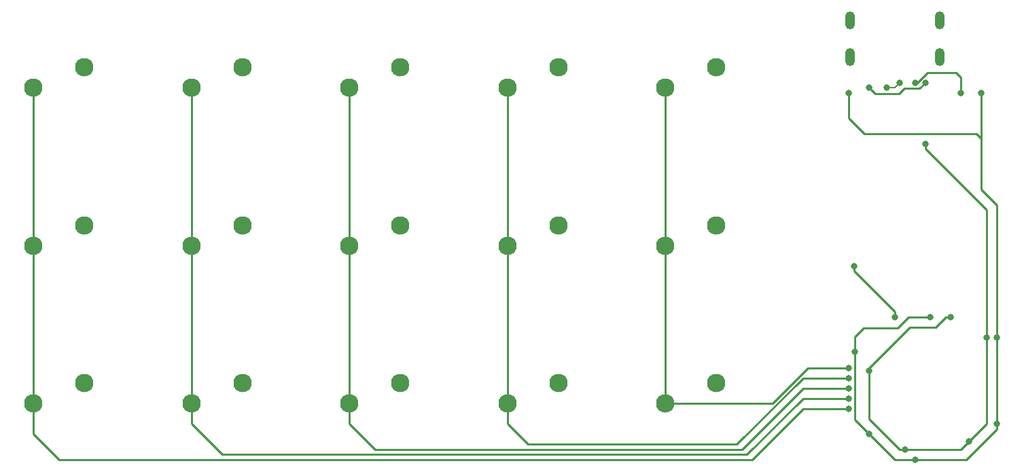
<source format=gbl>
%TF.GenerationSoftware,KiCad,Pcbnew,(6.0.7)*%
%TF.CreationDate,2023-02-20T15:38:16+01:00*%
%TF.ProjectId,Soundboard,536f756e-6462-46f6-9172-642e6b696361,rev?*%
%TF.SameCoordinates,Original*%
%TF.FileFunction,Copper,L2,Bot*%
%TF.FilePolarity,Positive*%
%FSLAX46Y46*%
G04 Gerber Fmt 4.6, Leading zero omitted, Abs format (unit mm)*
G04 Created by KiCad (PCBNEW (6.0.7)) date 2023-02-20 15:38:16*
%MOMM*%
%LPD*%
G01*
G04 APERTURE LIST*
%TA.AperFunction,ComponentPad*%
%ADD10C,2.300000*%
%TD*%
%TA.AperFunction,ComponentPad*%
%ADD11O,1.200000X2.250000*%
%TD*%
%TA.AperFunction,ViaPad*%
%ADD12C,0.800000*%
%TD*%
%TA.AperFunction,Conductor*%
%ADD13C,0.250000*%
%TD*%
%TA.AperFunction,Conductor*%
%ADD14C,0.200000*%
%TD*%
G04 APERTURE END LIST*
D10*
%TO.P,SW1,1,1*%
%TO.N,COL0*%
X33655000Y-33020000D03*
%TO.P,SW1,2,2*%
%TO.N,Net-(D1-Pad2)*%
X40005000Y-30480000D03*
%TD*%
%TO.P,SW6,1,1*%
%TO.N,COL0*%
X33655000Y-52705000D03*
%TO.P,SW6,2,2*%
%TO.N,Net-(D6-Pad2)*%
X40005000Y-50165000D03*
%TD*%
%TO.P,SW2,1,1*%
%TO.N,COL1*%
X53340000Y-33020000D03*
%TO.P,SW2,2,2*%
%TO.N,Net-(D2-Pad2)*%
X59690000Y-30480000D03*
%TD*%
%TO.P,SW5,1,1*%
%TO.N,COL4*%
X112395000Y-33020000D03*
%TO.P,SW5,2,2*%
%TO.N,Net-(D5-Pad2)*%
X118745000Y-30480000D03*
%TD*%
%TO.P,SW14,1,1*%
%TO.N,COL3*%
X92710000Y-72390000D03*
%TO.P,SW14,2,2*%
%TO.N,Net-(D14-Pad2)*%
X99060000Y-69850000D03*
%TD*%
%TO.P,SW8,1,1*%
%TO.N,COL2*%
X73025000Y-52705000D03*
%TO.P,SW8,2,2*%
%TO.N,Net-(D8-Pad2)*%
X79375000Y-50165000D03*
%TD*%
%TO.P,SW9,1,1*%
%TO.N,COL3*%
X92710000Y-52705000D03*
%TO.P,SW9,2,2*%
%TO.N,Net-(D9-Pad2)*%
X99060000Y-50165000D03*
%TD*%
%TO.P,SW15,1,1*%
%TO.N,COL4*%
X112395000Y-72390000D03*
%TO.P,SW15,2,2*%
%TO.N,Net-(D15-Pad2)*%
X118745000Y-69850000D03*
%TD*%
%TO.P,SW12,1,1*%
%TO.N,COL1*%
X53340000Y-72390000D03*
%TO.P,SW12,2,2*%
%TO.N,Net-(D12-Pad2)*%
X59690000Y-69850000D03*
%TD*%
%TO.P,SW13,1,1*%
%TO.N,COL2*%
X73025000Y-72390000D03*
%TO.P,SW13,2,2*%
%TO.N,Net-(D13-Pad2)*%
X79375000Y-69850000D03*
%TD*%
%TO.P,SW4,1,1*%
%TO.N,COL3*%
X92710000Y-33020000D03*
%TO.P,SW4,2,2*%
%TO.N,Net-(D4-Pad2)*%
X99060000Y-30480000D03*
%TD*%
D11*
%TO.P,J1,S1,SHIELD*%
%TO.N,GND*%
X146555000Y-24592500D03*
X146535000Y-29192500D03*
X135385000Y-29192500D03*
X135405000Y-24592500D03*
%TD*%
D10*
%TO.P,SW11,1,1*%
%TO.N,COL0*%
X33655000Y-72390000D03*
%TO.P,SW11,2,2*%
%TO.N,Net-(D11-Pad2)*%
X40005000Y-69850000D03*
%TD*%
%TO.P,SW10,1,1*%
%TO.N,COL4*%
X112395000Y-52705000D03*
%TO.P,SW10,2,2*%
%TO.N,Net-(D10-Pad2)*%
X118745000Y-50165000D03*
%TD*%
%TO.P,SW7,1,1*%
%TO.N,COL1*%
X53340000Y-52705000D03*
%TO.P,SW7,2,2*%
%TO.N,Net-(D7-Pad2)*%
X59690000Y-50165000D03*
%TD*%
%TO.P,SW3,1,1*%
%TO.N,COL2*%
X73025000Y-33020000D03*
%TO.P,SW3,2,2*%
%TO.N,Net-(D3-Pad2)*%
X79375000Y-30480000D03*
%TD*%
D12*
%TO.N,VCC*%
X137795000Y-33020000D03*
X144780000Y-32385000D03*
%TO.N,GND*%
X137795000Y-76200000D03*
X135255000Y-33655000D03*
X145415000Y-61595000D03*
X153670000Y-74930000D03*
X151765000Y-33655000D03*
X153670000Y-64135000D03*
X143510000Y-79375000D03*
X135980000Y-65950000D03*
%TO.N,USB_DATA+*%
X141605000Y-32385000D03*
X139934500Y-33020000D03*
%TO.N,+5V*%
X137795000Y-68325500D03*
X152400000Y-64135000D03*
X150177500Y-77152500D03*
X147955000Y-61595000D03*
X142240000Y-78105000D03*
X144780000Y-40005000D03*
%TO.N,Net-(C9-Pad1)*%
X140970000Y-61595000D03*
X135890000Y-55245000D03*
%TO.N,Net-(J1-PadA5)*%
X149225000Y-33655000D03*
X143510000Y-32385000D03*
%TO.N,COL0*%
X135255000Y-73025000D03*
%TO.N,COL1*%
X135255000Y-71755000D03*
%TO.N,COL2*%
X135255000Y-70485000D03*
%TO.N,COL3*%
X135255000Y-69215000D03*
%TO.N,COL4*%
X135255000Y-67945000D03*
%TD*%
D13*
%TO.N,VCC*%
X142150000Y-33110000D02*
X144055000Y-33110000D01*
X137795000Y-33020000D02*
X138520000Y-33745000D01*
X138520000Y-33745000D02*
X141515000Y-33745000D01*
X141515000Y-33745000D02*
X142150000Y-33110000D01*
X144055000Y-33110000D02*
X144780000Y-32385000D01*
%TO.N,GND*%
X153670000Y-64135000D02*
X153670000Y-47625000D01*
X149860000Y-79375000D02*
X143510000Y-79375000D01*
X135980000Y-74385000D02*
X135980000Y-65950000D01*
X137795000Y-76200000D02*
X140970000Y-79375000D01*
X141270305Y-62955000D02*
X142630305Y-61595000D01*
X153670000Y-64135000D02*
X153670000Y-74930000D01*
X135980000Y-64045000D02*
X137070000Y-62955000D01*
X135255000Y-33655000D02*
X135255000Y-36830000D01*
X135255000Y-36830000D02*
X137160000Y-38735000D01*
X137160000Y-38735000D02*
X151130000Y-38735000D01*
X135980000Y-65950000D02*
X135980000Y-64045000D01*
X140970000Y-79375000D02*
X143510000Y-79375000D01*
X151765000Y-38735000D02*
X151765000Y-33655000D01*
X153670000Y-74930000D02*
X153670000Y-75565000D01*
X137070000Y-62955000D02*
X141270305Y-62955000D01*
X142630305Y-61595000D02*
X145415000Y-61595000D01*
X151765000Y-45720000D02*
X151765000Y-38735000D01*
X153670000Y-47625000D02*
X151765000Y-45720000D01*
X153670000Y-75565000D02*
X149860000Y-79375000D01*
X135980000Y-74385000D02*
X137795000Y-76200000D01*
X151130000Y-38735000D02*
X151765000Y-39370000D01*
D14*
%TO.N,USB_DATA+*%
X139934500Y-33020000D02*
X140970000Y-33020000D01*
X140970000Y-33020000D02*
X141605000Y-32385000D01*
D13*
%TO.N,+5V*%
X152400000Y-64135000D02*
X152400000Y-74930000D01*
X152400000Y-48260000D02*
X144780000Y-40640000D01*
X150177500Y-77152500D02*
X149225000Y-78105000D01*
X146050000Y-62865000D02*
X147320000Y-61595000D01*
X137795000Y-68325500D02*
X137795000Y-67945000D01*
X152400000Y-74930000D02*
X150177500Y-77152500D01*
X149225000Y-78105000D02*
X142240000Y-78105000D01*
X152400000Y-64135000D02*
X152400000Y-48260000D01*
X137795000Y-74295000D02*
X141605000Y-78105000D01*
X141605000Y-78105000D02*
X142240000Y-78105000D01*
X142875000Y-62865000D02*
X146050000Y-62865000D01*
X137795000Y-67945000D02*
X142875000Y-62865000D01*
X147320000Y-61595000D02*
X147955000Y-61595000D01*
X144780000Y-40640000D02*
X144780000Y-40005000D01*
X137795000Y-68325500D02*
X137795000Y-74295000D01*
%TO.N,Net-(C9-Pad1)*%
X140970000Y-61595000D02*
X140970000Y-60960000D01*
X135890000Y-55880000D02*
X135890000Y-55245000D01*
X140970000Y-60960000D02*
X135890000Y-55880000D01*
%TO.N,Net-(J1-PadA5)*%
X143510000Y-32385000D02*
X143754695Y-32385000D01*
X148590000Y-31115000D02*
X149225000Y-31750000D01*
X149225000Y-31750000D02*
X149225000Y-33655000D01*
X143754695Y-32385000D02*
X145024695Y-31115000D01*
X145024695Y-31115000D02*
X148590000Y-31115000D01*
%TO.N,COL0*%
X129540000Y-73025000D02*
X135255000Y-73025000D01*
X33655000Y-76200000D02*
X36830000Y-79375000D01*
X123190000Y-79375000D02*
X129540000Y-73025000D01*
X36830000Y-79375000D02*
X123190000Y-79375000D01*
X33655000Y-33020000D02*
X33655000Y-52705000D01*
X33655000Y-52705000D02*
X33655000Y-72390000D01*
X33655000Y-72390000D02*
X33655000Y-76200000D01*
%TO.N,COL1*%
X122555000Y-78740000D02*
X129540000Y-71755000D01*
X53340000Y-33020000D02*
X53340000Y-52705000D01*
X129540000Y-71755000D02*
X135255000Y-71755000D01*
X53340000Y-72390000D02*
X53340000Y-52705000D01*
X57150000Y-78740000D02*
X122555000Y-78740000D01*
X53340000Y-72390000D02*
X53340000Y-74930000D01*
X53340000Y-74930000D02*
X57150000Y-78740000D01*
%TO.N,COL2*%
X73025000Y-72390000D02*
X73025000Y-74930000D01*
X129540000Y-70485000D02*
X135255000Y-70485000D01*
X121920000Y-78105000D02*
X129540000Y-70485000D01*
X76200000Y-78105000D02*
X121920000Y-78105000D01*
X73025000Y-52705000D02*
X73025000Y-33020000D01*
X73025000Y-74930000D02*
X76200000Y-78105000D01*
X73025000Y-72390000D02*
X73025000Y-52705000D01*
%TO.N,COL3*%
X121285000Y-77470000D02*
X129540000Y-69215000D01*
X95250000Y-77470000D02*
X121285000Y-77470000D01*
X92710000Y-74930000D02*
X95250000Y-77470000D01*
X129540000Y-69215000D02*
X135255000Y-69215000D01*
X92710000Y-72390000D02*
X92710000Y-74930000D01*
X92710000Y-33020000D02*
X92710000Y-52705000D01*
X92710000Y-52705000D02*
X92710000Y-72390000D01*
%TO.N,COL4*%
X130173604Y-67945000D02*
X135255000Y-67945000D01*
X125728604Y-72390000D02*
X130173604Y-67945000D01*
X112395000Y-33020000D02*
X112395000Y-52705000D01*
X112395000Y-52705000D02*
X112395000Y-72390000D01*
X112395000Y-72390000D02*
X125728604Y-72390000D01*
%TD*%
M02*

</source>
